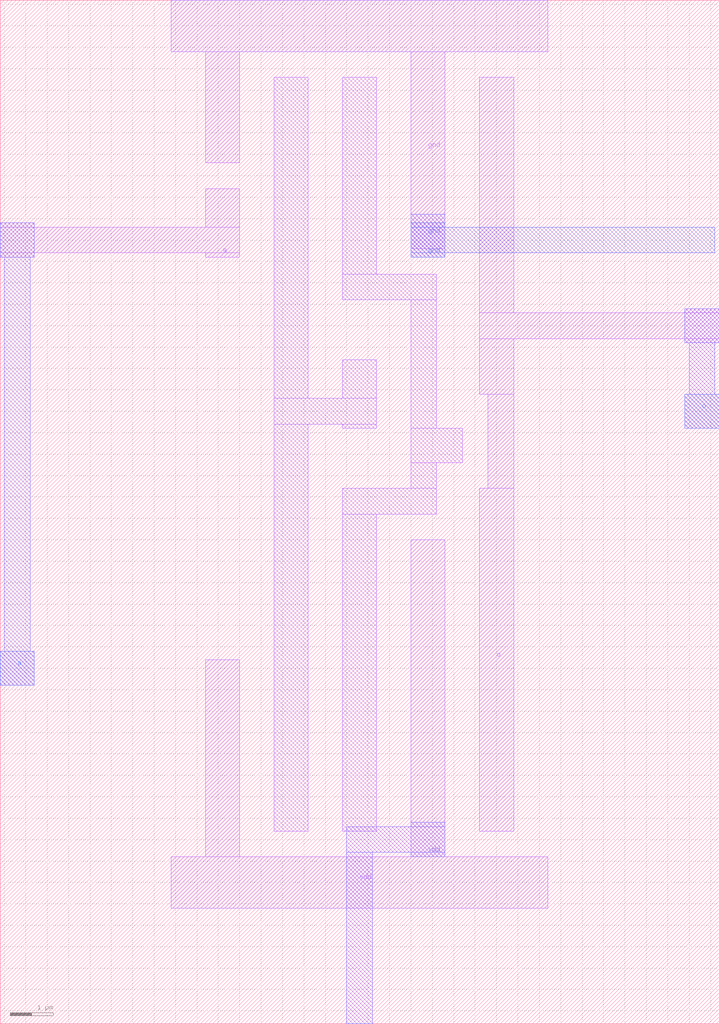
<source format=lef>
VERSION 5.3 ;
   NAMESCASESENSITIVE ON ;
   NOWIREEXTENSIONATPIN ON ;
   DIVIDERCHAR "/" ;
   BUSBITCHARS "[]" ;
UNITS
   DATABASE MICRONS 1000 ;
END UNITS

MACRO basic
   CLASS BLOCK ;
   FOREIGN basic ;
   ORIGIN 3.6000 2.3000 ;
   SIZE 16.8000 BY 23.9000 ;
   PIN a
      PORT
         LAYER metal1 ;
	    RECT -3.6000 16.3000 -2.8000 16.4000 ;
	    RECT 1.2000 16.3000 2.0000 17.2000 ;
	    RECT -3.6000 15.7000 2.0000 16.3000 ;
	    RECT -3.6000 15.6000 -2.8000 15.7000 ;
	    RECT 1.2000 15.6000 2.0000 15.7000 ;
         LAYER metal2 ;
	    RECT -3.6000 15.6000 -2.8000 16.4000 ;
	    RECT -3.5000 6.4000 -2.9000 15.6000 ;
	    RECT -3.6000 5.6000 -2.8000 6.4000 ;
         LAYER metal3 ;
	    RECT -3.6000 5.6000 -2.8000 6.4000 ;
      END
   END a
   PIN gnd
      PORT
         LAYER metal1 ;
	    RECT 0.4000 20.4000 9.2000 21.6000 ;
	    RECT 1.2000 17.8000 2.0000 20.4000 ;
	    RECT 6.0000 15.8000 6.8000 20.4000 ;
         LAYER metal2 ;
	    RECT 6.0000 15.6000 6.8000 16.6000 ;
         LAYER metal3 ;
	    RECT 6.0000 16.3000 6.8000 16.4000 ;
	    RECT 6.0000 15.7000 13.1000 16.3000 ;
	    RECT 6.0000 15.6000 6.8000 15.7000 ;
      END
   END gnd
   PIN o
      PORT
         LAYER metal1 ;
	    RECT 7.6000 14.3000 8.4000 19.8000 ;
	    RECT 12.4000 14.3000 13.2000 14.4000 ;
	    RECT 7.6000 13.7000 13.2000 14.3000 ;
	    RECT 7.6000 12.4000 8.4000 13.7000 ;
	    RECT 12.4000 13.6000 13.2000 13.7000 ;
	    RECT 7.8000 10.2000 8.4000 12.4000 ;
	    RECT 7.6000 2.2000 8.4000 10.2000 ;
         LAYER metal2 ;
	    RECT 12.4000 13.6000 13.2000 14.4000 ;
	    RECT 12.5000 12.4000 13.1000 13.6000 ;
	    RECT 12.4000 11.6000 13.2000 12.4000 ;
         LAYER metal3 ;
	    RECT 12.4000 11.6000 13.2000 12.4000 ;
      END
   END o
   PIN vdd
      PORT
         LAYER metal1 ;
	    RECT 1.2000 1.6000 2.0000 6.2000 ;
	    RECT 6.0000 1.6000 6.8000 9.0000 ;
	    RECT 0.4000 0.4000 9.2000 1.6000 ;
         LAYER metal2 ;
	    RECT 6.0000 2.3000 6.8000 2.4000 ;
	    RECT 4.5000 1.7000 6.8000 2.3000 ;
	    RECT 4.5000 -2.3000 5.1000 1.7000 ;
	    RECT 6.0000 1.6000 6.8000 1.7000 ;
      END
   END vdd
   OBS
         LAYER metal1 ;
	    RECT 2.8000 12.3000 3.6000 19.8000 ;
	    RECT 4.4000 15.2000 5.2000 19.8000 ;
	    RECT 4.4000 14.6000 6.6000 15.2000 ;
	    RECT 4.4000 12.3000 5.2000 13.2000 ;
	    RECT 2.8000 11.7000 5.2000 12.3000 ;
	    RECT 2.8000 2.2000 3.6000 11.7000 ;
	    RECT 4.4000 11.6000 5.2000 11.7000 ;
	    RECT 6.0000 11.6000 6.6000 14.6000 ;
	    RECT 6.0000 10.8000 7.2000 11.6000 ;
	    RECT 6.0000 10.2000 6.6000 10.8000 ;
	    RECT 4.4000 9.6000 6.6000 10.2000 ;
	    RECT 4.4000 2.2000 5.2000 9.6000 ;
   END
END basic

</source>
